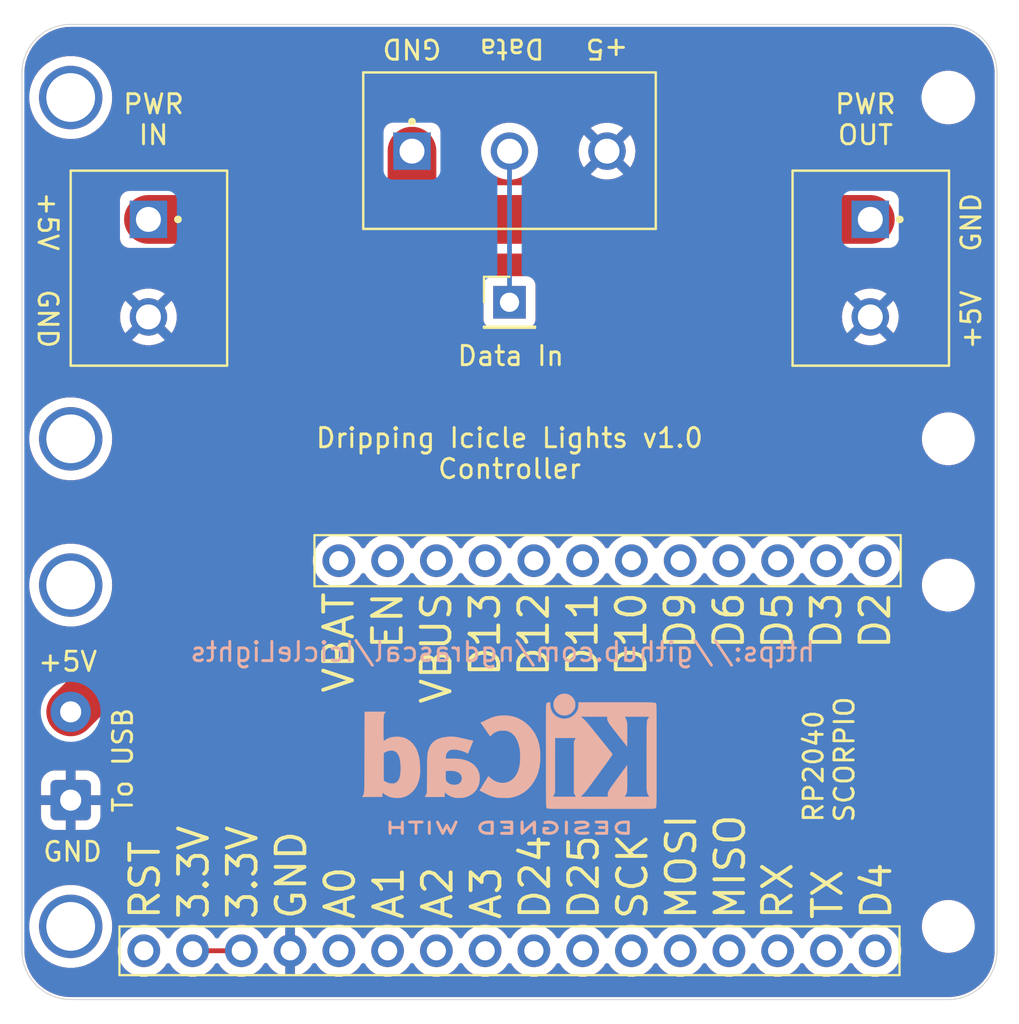
<source format=kicad_pcb>
(kicad_pcb (version 20240108) (generator "pcbnew") (generator_version "8.0")
  (layers (0 "F.Cu" signal) (31 "B.Cu" signal) (36 "B.SilkS" user "B.Silkscreen") (37 "F.SilkS" user "F.Silkscreen") (38 "B.Mask" user) (39 "F.Mask" user) (44 "Edge.Cuts" user))
  (net 0 "")
  (net 1 "/D25")
  (net 2 "/D4")
  (net 3 "/TX")
  (net 4 "/MISO")
  (net 5 "/MOSI")
  (net 6 "/SCK")
  (net 7 "/D24")
  (net 8 "/RX")
  (net 9 "/A3")
  (net 10 "/A2")
  (net 11 "/A1")
  (net 12 "/A0")
  (net 13 "GND")
  (net 14 "/RST")
  (net 15 "/3.3V")
  (net 16 "/VBAT")
  (net 17 "/EN")
  (net 18 "/VBUS")
  (net 19 "/D5")
  (net 20 "/D11")
  (net 21 "/D10")
  (net 22 "/D9")
  (net 23 "/D13")
  (net 24 "/D12")
  (net 25 "/D6")
  (net 26 "/SCL")
  (net 27 "/SDA")
  (net 28 "+5V")
  (net 29 "/Data")
  (footprint "" (layer "F.Cu") (at 149.86 97.79)
    (property "Reference" "" (hide yes))
    (property "Value" "" (hide yes))
    (pad "" np_thru_hole circle (at 0 0) (size 2.5 2.5) (drill 2.5) (layers "F&B.Cu" "*.Mask"))
  )
  (footprint "MyFeatherPinSocket:PinSocket_1x12_P2.54mm_Vertical" (layer "F.Cu") (at 118.11 104.14 90)
    (property "Reference" "J2" (hide yes))
    (property "Value" "Conn_01x12_Female" (hide yes))
    (pad "1" thru_hole circle (at 0 0 90) (size 1.7 1.7) (drill 1) (layers "*.Cu" "*.Mask") (net 16 "/VBAT"))
    (pad "2" thru_hole oval (at 0 2.54 90) (size 1.7 1.7) (drill 1) (layers "*.Cu" "*.Mask") (net 17 "/EN"))
    (pad "3" thru_hole oval (at 0 5.08 90) (size 1.7 1.7) (drill 1) (layers "*.Cu" "*.Mask") (net 18 "/VBUS"))
    (pad "4" thru_hole oval (at 0 7.62 90) (size 1.7 1.7) (drill 1) (layers "*.Cu" "*.Mask") (net 23 "/D13"))
    (pad "5" thru_hole oval (at 0 10.16 90) (size 1.7 1.7) (drill 1) (layers "*.Cu" "*.Mask") (net 24 "/D12"))
    (pad "6" thru_hole oval (at 0 12.7 90) (size 1.7 1.7) (drill 1) (layers "*.Cu" "*.Mask") (net 20 "/D11"))
    (pad "7" thru_hole oval (at 0 15.24 90) (size 1.7 1.7) (drill 1) (layers "*.Cu" "*.Mask") (net 21 "/D10"))
    (pad "8" thru_hole oval (at 0 17.78 90) (size 1.7 1.7) (drill 1) (layers "*.Cu" "*.Mask") (net 22 "/D9"))
    (pad "9" thru_hole oval (at 0 20.32 90) (size 1.7 1.7) (drill 1) (layers "*.Cu" "*.Mask") (net 25 "/D6"))
    (pad "10" thru_hole oval (at 0 22.86 90) (size 1.7 1.7) (drill 1) (layers "*.Cu" "*.Mask") (net 19 "/D5"))
    (pad "11" thru_hole oval (at 0 25.4 90) (size 1.7 1.7) (drill 1) (layers "*.Cu" "*.Mask") (net 26 "/SCL"))
    (pad "12" thru_hole oval (at 0 27.94 90) (size 1.7 1.7) (drill 1) (layers "*.Cu" "*.Mask") (net 27 "/SDA"))
  )
  (footprint "MyTerminalBlocks:PHOENIX - TERM BLK 3P SIDE ENT 5.08MM PCB" (layer "F.Cu") (at 119.38 86.854)
    (property "Reference" "J7" (hide yes))
    (property "Value" "Screw_Terminal_01x03" (hide yes))
    (pad "1" thru_hole rect (at 2.54 -4.05) (size 1.95 1.95) (drill 1.3) (layers "*.Cu" "*.Mask") (net 28 "+5V"))
    (pad "2" thru_hole circle (at 7.62 -4.05) (size 1.95 1.95) (drill 1.3) (layers "*.Cu" "*.Mask") (net 29 "/Data"))
    (pad "3" thru_hole circle (at 12.7 -4.05) (size 1.95 1.95) (drill 1.3) (layers "*.Cu" "*.Mask") (net 13 "GND"))
  )
  (footprint "Connector_PinHeader_2.54mm:PinHeader_1x01_P2.54mm_Vertical" (layer "F.Cu") (at 127 90.678)
    (property "Reference" "J6" (hide yes))
    (property "Value" "Conn_01x01_Pin" (hide yes))
    (pad "1" thru_hole rect (at 0 0) (size 1.7 1.7) (drill 1) (layers "*.Cu" "*.Mask") (net 29 "/Data"))
  )
  (footprint "" (layer "F.Cu") (at 104.14 80.01)
    (property "Reference" "" (at 0 0 0) (layer "F.SilkS") (effects (font (size 1.27 1.27))))
    (property "Value" "")
    (pad "" np_thru_hole circle (at 0 0) (size 3.302 3.302) (drill 2.54) (layers "F&B.Cu" "*.Mask"))
  )
  (footprint "" (layer "F.Cu") (at 104.14 97.79)
    (property "Reference" "" (at 0 0 0) (layer "F.SilkS") (effects (font (size 1.27 1.27))))
    (property "Value" "")
    (pad "" np_thru_hole circle (at 0 0) (size 3.302 3.302) (drill 2.54) (layers "F&B.Cu" "*.Mask"))
  )
  (footprint "" (layer "F.Cu") (at 104.14 105.41)
    (property "Reference" "" (at 0 0 0) (layer "F.SilkS") (effects (font (size 1.27 1.27))))
    (property "Value" "")
    (pad "" np_thru_hole circle (at 0 0) (size 3.302 3.302) (drill 2.54) (layers "F&B.Cu" "*.Mask"))
  )
  (footprint "" (layer "F.Cu") (at 149.86 105.41)
    (property "Reference" "" (at 0 0 0) (layer "F.SilkS") (effects (font (size 1.27 1.27))))
    (property "Value" "")
    (pad "" np_thru_hole circle (at 0 0) (size 2.5 2.5) (drill 2.5) (layers "F&B.Cu" "*.Mask"))
  )
  (footprint "MyFeatherPinSocket:PinSocket_1x16_P2.54mm_Vertical" (layer "F.Cu") (at 107.95 124.46 90)
    (property "Reference" "J1" (hide yes))
    (property "Value" "Conn_01x16_Socket" (hide yes))
    (pad "1" thru_hole circle (at 0 0 90) (size 1.7 1.7) (drill 1) (layers "*.Cu" "*.Mask") (net 14 "/RST"))
    (pad "2" thru_hole oval (at 0 2.54 90) (size 1.7 1.7) (drill 1) (layers "*.Cu" "*.Mask") (net 15 "/3.3V"))
    (pad "3" thru_hole oval (at 0 5.08 90) (size 1.7 1.7) (drill 1) (layers "*.Cu" "*.Mask") (net 15 "/3.3V"))
    (pad "4" thru_hole oval (at 0 7.62 90) (size 1.7 1.7) (drill 1) (layers "*.Cu" "*.Mask") (net 13 "GND"))
    (pad "5" thru_hole oval (at 0 10.16 90) (size 1.7 1.7) (drill 1) (layers "*.Cu" "*.Mask") (net 12 "/A0"))
    (pad "6" thru_hole oval (at 0 12.7 90) (size 1.7 1.7) (drill 1) (layers "*.Cu" "*.Mask") (net 11 "/A1"))
    (pad "7" thru_hole oval (at 0 15.24 90) (size 1.7 1.7) (drill 1) (layers "*.Cu" "*.Mask") (net 10 "/A2"))
    (pad "8" thru_hole oval (at 0 17.78 90) (size 1.7 1.7) (drill 1) (layers "*.Cu" "*.Mask") (net 9 "/A3"))
    (pad "9" thru_hole oval (at 0 20.32 90) (size 1.7 1.7) (drill 1) (layers "*.Cu" "*.Mask") (net 7 "/D24"))
    (pad "10" thru_hole oval (at 0 22.86 90) (size 1.7 1.7) (drill 1) (layers "*.Cu" "*.Mask") (net 1 "/D25"))
    (pad "11" thru_hole oval (at 0 25.4 90) (size 1.7 1.7) (drill 1) (layers "*.Cu" "*.Mask") (net 6 "/SCK"))
    (pad "12" thru_hole oval (at 0 27.94 90) (size 1.7 1.7) (drill 1) (layers "*.Cu" "*.Mask") (net 5 "/MOSI"))
    (pad "13" thru_hole oval (at 0 30.48 90) (size 1.7 1.7) (drill 1) (layers "*.Cu" "*.Mask") (net 4 "/MISO"))
    (pad "14" thru_hole oval (at 0 33.02 90) (size 1.7 1.7) (drill 1) (layers "*.Cu" "*.Mask") (net 8 "/RX"))
    (pad "15" thru_hole oval (at 0 35.56 90) (size 1.7 1.7) (drill 1) (layers "*.Cu" "*.Mask") (net 3 "/TX"))
    (pad "16" thru_hole oval (at 0 38.1 90) (size 1.7 1.7) (drill 1) (layers "*.Cu" "*.Mask") (net 2 "/D4"))
  )
  (footprint "" (layer "F.Cu") (at 149.86 80.01)
    (property "Reference" "" (hide yes))
    (property "Value" "" (hide yes))
    (pad "" np_thru_hole circle (at 0 0) (size 2.5 2.5) (drill 2.54) (layers "F&B.Cu" "*.Mask"))
  )
  (footprint "MyTerminalBlocks:PHOENIX - TERM BLK 2P SIDE ENT 5.08MM PCB" (layer "F.Cu") (at 104.14 83.82 -90)
    (property "Reference" "J3" (hide yes))
    (property "Value" "Screw_Terminal_01x02" (hide yes))
    (pad "1" thru_hole rect (at 2.54 -4.05 270) (size 1.95 1.95) (drill 1.3) (layers "*.Cu" "*.Mask") (net 28 "+5V"))
    (pad "2" thru_hole circle (at 7.62 -4.05 270) (size 1.95 1.95) (drill 1.3) (layers "*.Cu" "*.Mask") (net 13 "GND"))
  )
  (footprint "" (layer "F.Cu") (at 149.86 123.19)
    (property "Reference" "" (at 0 0 0) (layer "F.SilkS") (effects (font (size 1.27 1.27))))
    (property "Value" "")
    (pad "" np_thru_hole circle (at 0 0) (size 2.5 2.5) (drill 2.5) (layers "F&B.Cu" "*.Mask"))
  )
  (footprint "MyTerminalBlocks:PHOENIX - TERM BLK 2P SIDE ENT 5.08MM PCB" (layer "F.Cu") (at 141.746 83.82 -90)
    (property "Reference" "J4" (hide yes))
    (property "Value" "Screw_Terminal_01x02" (hide yes))
    (pad "1" thru_hole rect (at 2.54 -4.05 270) (size 1.95 1.95) (drill 1.3) (layers "*.Cu" "*.Mask") (net 28 "+5V"))
    (pad "2" thru_hole circle (at 7.62 -4.05 270) (size 1.95 1.95) (drill 1.3) (layers "*.Cu" "*.Mask") (net 13 "GND"))
  )
  (footprint "" (layer "F.Cu") (at 104.14 123.19)
    (property "Reference" "" (at 0 0 0) (layer "F.SilkS") (effects (font (size 1.27 1.27))))
    (property "Value" "")
    (pad "" np_thru_hole circle (at 0 0) (size 3.302 3.302) (drill 2.54) (layers "F&B.Cu" "*.Mask"))
  )
  (footprint "Connector_Wire:SolderWire-0.5sqmm_1x02_P4.6mm_D0.9mm_OD2.1mm" (layer "F.Cu") (at 104.14 116.614 90)
    (property "Reference" "J5" (hide yes))
    (property "Value" "Conn_01x02_Pin" (hide yes))
    (pad "1" thru_hole roundrect (at 0 0 90) (size 2.1 2.1) (drill 1.1) (layers "*.Cu" "*.Mask") (roundrect_rratio 0.119048) (net 13 "GND"))
    (pad "2" thru_hole circle (at 4.6 0 90) (size 2.1 2.1) (drill 1.1) (layers "*.Cu" "*.Mask") (net 28 "+5V"))
  )
  (footprint "Symbol:KiCad-Logo2_6mm_SilkScreen" (layer "B.Cu") (at 127 114.046 180)
    (property "Reference" "REF**" (hide yes))
    (property "Value" "KiCad-Logo2_6mm_SilkScreen" (hide yes))
  )
  (gr_arc (start 149.86 76.2) (mid 151.656051 76.943949) (end 152.4 78.74) (stroke (width 0.05)) (layer "Edge.Cuts"))
  (gr_line (start 104.14 76.2) (end 149.86 76.2) (stroke (width 0.05)) (layer "Edge.Cuts"))
  (gr_line (start 101.6 124.46) (end 101.6 78.74) (stroke (width 0.05)) (layer "Edge.Cuts"))
  (gr_line (start 152.4 78.74) (end 152.4 124.46) (stroke (width 0.05)) (layer "Edge.Cuts"))
  (gr_arc (start 101.6 78.74) (mid 102.343949 76.943949) (end 104.14 76.2) (stroke (width 0.05)) (layer "Edge.Cuts"))
  (gr_arc (start 152.4 124.46) (mid 151.656051 126.256051) (end 149.86 127) (stroke (width 0.05)) (layer "Edge.Cuts"))
  (gr_arc (start 104.14 127) (mid 102.343949 126.256051) (end 101.6 124.46) (stroke (width 0.05)) (layer "Edge.Cuts"))
  (gr_line (start 149.86 127) (end 104.14 127) (stroke (width 0.05)) (layer "Edge.Cuts"))
  (gr_text "https://github.com/ngdrascal/IcicleLights" (at 143.002 109.474 0) (layer "B.SilkS") (effects (font (size 1 1)) (justify left bottom mirror)))
  (gr_text "RP2040\nSCORPIO" (at 145.034 117.856 90) (layer "F.SilkS") (effects (font (size 1 1)) (justify left bottom)))
  (gr_text "PWR\nOUT" (at 145.542 82.55 0) (layer "F.SilkS") (effects (font (size 1 1)) (justify bottom)))
  (gr_text "VBAT" (at 118.11 105.664 90) (layer "F.SilkS") (effects (font (size 1.5 1.5) (thickness 0.2)) (justify right)))
  (gr_text "D4" (at 146.11 122.936 90) (layer "F.SilkS") (effects (font (size 1.5 1.5) (thickness 0.2)) (justify left)))
  (gr_text "D12" (at 128.27 105.664 90) (layer "F.SilkS") (effects (font (size 1.5 1.5) (thickness 0.2)) (justify right)))
  (gr_text "SCK" (at 133.41 122.936 90) (layer "F.SilkS") (effects (font (size 1.5 1.5) (thickness 0.2)) (justify left)))
  (gr_text "Data" (at 128.905 77.47 180) (layer "F.SilkS") (effects (font (size 1 1)) (justify left)))
  (gr_text "VBUS" (at 123.19 105.664 90) (layer "F.SilkS") (effects (font (size 1.5 1.5) (thickness 0.2)) (justify right)))
  (gr_text "Dripping Icicle Lights v1.0\nController" (at 127 98.552 0) (layer "F.SilkS") (effects (font (size 1 1))))
  (gr_text "RST" (at 108.01 122.936 90) (layer "F.SilkS") (effects (font (size 1.5 1.5) (thickness 0.2)) (justify left)))
  (gr_text "D13" (at 125.73 105.664 90) (layer "F.SilkS") (effects (font (size 1.5 1.5) (thickness 0.2)) (justify right)))
  (gr_text "To USB" (at 107.442 117.348 90) (layer "F.SilkS") (effects (font (size 1 1)) (justify left bottom)))
  (gr_text "D5" (at 140.97 105.664 90) (layer "F.SilkS") (effects (font (size 1.5 1.5) (thickness 0.2)) (justify right)))
  (gr_text "+5V" (at 151.638 93.218 90) (layer "F.SilkS") (effects (font (size 1 1)) (justify left bottom)))
  (gr_text "GND" (at 151.638 88.138 90) (layer "F.SilkS") (effects (font (size 1 1)) (justify left bottom)))
  (gr_text "PWR\nIN" (at 108.458 82.55 0) (layer "F.SilkS") (effects (font (size 1 1)) (justify bottom)))
  (gr_text "3.3V" (at 110.55 122.936 90) (layer "F.SilkS") (effects (font (size 1.5 1.5) (thickness 0.2)) (justify left)))
  (gr_text "A2" (at 123.25 122.936 90) (layer "F.SilkS") (effects (font (size 1.5 1.5) (thickness 0.2)) (justify left)))
  (gr_text "+5V" (at 102.362 84.836 270) (layer "F.SilkS") (effects (font (size 1 1)) (justify left bottom)))
  (gr_text "D9" (at 135.89 105.664 90) (layer "F.SilkS") (effects (font (size 1.5 1.5) (thickness 0.2)) (justify right)))
  (gr_text "D11" (at 130.81 105.664 90) (layer "F.SilkS") (effects (font (size 1.5 1.5) (thickness 0.2)) (justify right)))
  (gr_text "RX" (at 140.97 122.936 90) (layer "F.SilkS") (effects (font (size 1.5 1.5) (thickness 0.2)) (justify left)))
  (gr_text "D10" (at 133.35 105.664 90) (layer "F.SilkS") (effects (font (size 1.5 1.5) (thickness 0.2)) (justify right)))
  (gr_text "D2" (at 146.05 105.664 90) (layer "F.SilkS") (effects (font (size 1.5 1.5) (thickness 0.2)) (justify right)))
  (gr_text "3.3V" (at 113.09 122.936 90) (layer "F.SilkS") (effects (font (size 1.5 1.5) (thickness 0.2)) (justify left)))
  (gr_text "GND" (at 121.92 77.47 180) (layer "F.SilkS") (effects (font (size 1 1))))
  (gr_text "EN" (at 120.65 105.664 90) (layer "F.SilkS") (effects (font (size 1.5 1.5) (thickness 0.2)) (justify right)))
  (gr_text "D25" (at 130.87 122.936 90) (layer "F.SilkS") (effects (font (size 1.5 1.5) (thickness 0.2)) (justify left)))
  (gr_text "TX" (at 143.57 122.936 90) (layer "F.SilkS") (effects (font (size 1.5 1.5) (thickness 0.2)) (justify left)))
  (gr_text "D6" (at 138.43 105.664 90) (layer "F.SilkS") (effects (font (size 1.5 1.5) (thickness 0.2)) (justify right)))
  (gr_text "A0" (at 118.17 122.936 90) (layer "F.SilkS") (effects (font (size 1.5 1.5) (thickness 0.2)) (justify left)))
  (gr_text "GND" (at 102.362 89.916 -90) (layer "F.SilkS") (effects (font (size 1 1)) (justify left bottom)))
  (gr_text "+5V" (at 102.362 109.982 0) (layer "F.SilkS") (effects (font (size 1 1)) (justify left bottom)))
  (gr_text "+5" (at 132.08 77.47 180) (layer "F.SilkS") (effects (font (size 1 1))))
  (gr_text "A3" (at 125.79 122.936 90) (layer "F.SilkS") (effects (font (size 1.5 1.5) (thickness 0.2)) (justify left)))
  (gr_text "D24" (at 128.33 122.936 90) (layer "F.SilkS") (effects (font (size 1.5 1.5) (thickness 0.2)) (justify left)))
  (gr_text "GND" (at 115.63 122.936 90) (layer "F.SilkS") (effects (font (size 1.5 1.5) (thickness 0.2)) (justify left)))
  (gr_text "Data In" (at 124.206 93.472 0) (layer "F.SilkS") (effects (font (size 1 1)) (justify left)))
  (gr_text "MOSI" (at 135.95 122.936 90) (layer "F.SilkS") (effects (font (size 1.5 1.5) (thickness 0.2)) (justify left)))
  (gr_text "MISO" (at 138.49 122.936 90) (layer "F.SilkS") (effects (font (size 1.5 1.5) (thickness 0.2)) (justify left)))
  (gr_text "GND" (at 102.616 119.888 0) (layer "F.SilkS") (effects (font (size 1 1)) (justify left bottom)))
  (gr_text "D3" (at 143.51 105.664 90) (layer "F.SilkS") (effects (font (size 1.5 1.5) (thickness 0.2)) (justify right)))
  (gr_text "A1" (at 120.71 122.936 90) (layer "F.SilkS") (effects (font (size 1.5 1.5) (thickness 0.2)) (justify left)))
  (segment (start 110.49 124.46) (end 113.03 124.46) (width 0.25) (layer "F.Cu") (net 15))
  (segment (start 121.92 86.36) (end 145.796 86.36) (width 2.54) (layer "F.Cu") (net 28))
  (segment (start 108.19 86.36) (end 112.268 86.36) (width 2.54) (layer "F.Cu") (net 28))
  (segment (start 104.14 112.014) (end 112.268 103.886) (width 2.54) (layer "F.Cu") (net 28))
  (segment (start 112.268 103.886) (end 112.268 86.36) (width 2.54) (layer "F.Cu") (net 28))
  (segment (start 121.92 82.804) (end 121.92 86.36) (width 2.54) (layer "F.Cu") (net 28))
  (segment (start 112.268 86.36) (end 121.92 86.36) (width 2.54) (layer "F.Cu") (net 28))
  (segment (start 127 90.678) (end 127 82.804) (width 0.25) (layer "B.Cu") (net 29))
  (zone (net 13) (net_name "GND") (layer "F.Cu") (connect_pads (clearance 0.508)) (min_thickness 0.25) (fill yes (thermal_gap 0.5) (thermal_bridge_width 0.5))
    (polygon (pts (xy 100.457 74.93) (xy 100.457 128.27) (xy 153.543 128.27) (xy 153.543 74.93)))
  )
  (zone (net 13) (net_name "GND") (layer "B.Cu") (connect_pads (clearance 0.508)) (min_thickness 0.25) (fill yes (thermal_gap 0.5) (thermal_bridge_width 0.5))
    (polygon (pts (xy 100.457 74.93) (xy 100.457 128.27) (xy 153.543 128.27) (xy 153.543 74.93)))
  )
)
</source>
